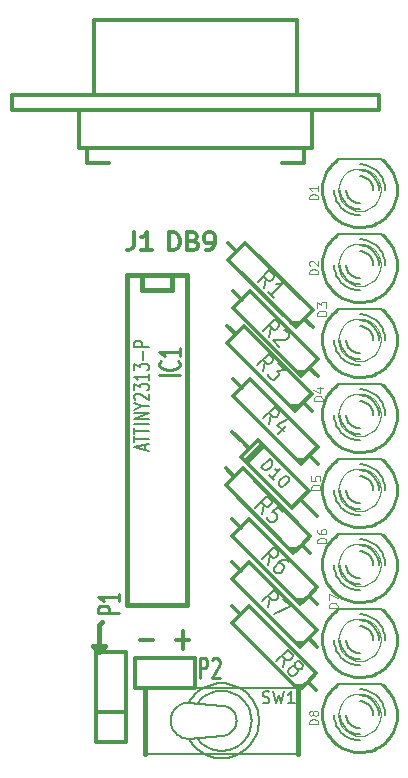
<source format=gto>
G04 (created by PCBNEW-RS274X (2011-05-25)-stable) date Sun 14 Oct 2012 07:15:22 PM CDT*
G01*
G70*
G90*
%MOIN*%
G04 Gerber Fmt 3.4, Leading zero omitted, Abs format*
%FSLAX34Y34*%
G04 APERTURE LIST*
%ADD10C,0.006000*%
%ADD11C,0.012000*%
%ADD12C,0.015000*%
%ADD13C,0.012500*%
%ADD14C,0.008000*%
%ADD15C,0.003000*%
%ADD16C,0.010000*%
%ADD17C,0.010600*%
%ADD18C,0.010700*%
%ADD19C,0.011300*%
%ADD20C,0.007500*%
%ADD21C,0.003500*%
G04 APERTURE END LIST*
G54D10*
G54D11*
X01672Y-15919D02*
X02129Y-15919D01*
X02872Y-15919D02*
X03329Y-15919D01*
X03100Y-16224D02*
X03100Y-15614D01*
G54D12*
X00100Y-16100D02*
X00500Y-16100D01*
X00300Y-16300D02*
X00100Y-16100D01*
X00500Y-16100D02*
X00300Y-16300D01*
X00300Y-15400D02*
X00400Y-15300D01*
X00300Y-15700D02*
X00300Y-15400D01*
X00300Y-16300D02*
X00300Y-15700D01*
X00400Y-16200D02*
X00300Y-16300D01*
X00300Y-16300D02*
X00400Y-16200D01*
X00100Y-16100D02*
X00300Y-16300D01*
X00300Y-16300D02*
X00100Y-16100D01*
X00300Y-15700D02*
X00300Y-16300D01*
G54D11*
X01200Y-19300D02*
X00200Y-19300D01*
X00200Y-19300D02*
X00200Y-16300D01*
X00200Y-16300D02*
X01200Y-16300D01*
X01200Y-16300D02*
X01200Y-19300D01*
X00200Y-18300D02*
X01200Y-18300D01*
X03500Y-16500D02*
X03500Y-17500D01*
X03500Y-17500D02*
X01500Y-17500D01*
X01500Y-17500D02*
X01500Y-16500D01*
X01500Y-16500D02*
X03500Y-16500D01*
X00150Y04750D02*
X06900Y04750D01*
X07150Y00500D02*
X-00100Y00500D01*
X07400Y00500D02*
X07150Y00500D01*
X07400Y01750D02*
X-00350Y01750D01*
X09650Y01750D02*
X07400Y01750D01*
X-02600Y02250D02*
X09650Y02250D01*
X06900Y02250D02*
X06900Y04750D01*
X09650Y01750D02*
X09650Y02250D01*
X07400Y00500D02*
X07400Y01750D01*
X06400Y00000D02*
X07150Y00000D01*
X07150Y00000D02*
X07150Y00500D01*
X00150Y02250D02*
X00150Y04750D01*
X-00350Y01750D02*
X-02600Y01750D01*
X-02600Y01750D02*
X-02600Y02250D01*
X-00100Y00500D02*
X-00350Y00500D01*
X-00350Y00500D02*
X-00350Y01750D01*
X00650Y00000D02*
X-00100Y00000D01*
X-00100Y00000D02*
X-00100Y00500D01*
G54D12*
X02750Y-03750D02*
X02750Y-04250D01*
X02750Y-04250D02*
X01750Y-04250D01*
X01750Y-04250D02*
X01750Y-03750D01*
X03250Y-03750D02*
X03250Y-14750D01*
X03250Y-14750D02*
X01250Y-14750D01*
X01250Y-14750D02*
X01250Y-03750D01*
X01250Y-03750D02*
X03250Y-03750D01*
G54D11*
X07439Y-05489D02*
X07156Y-05206D01*
X07156Y-05206D02*
X06874Y-05489D01*
X06874Y-05489D02*
X04611Y-03226D01*
X04611Y-03226D02*
X05176Y-02661D01*
X05176Y-02661D02*
X07439Y-04924D01*
X07439Y-04924D02*
X07156Y-05206D01*
X07015Y-05348D02*
X06732Y-05348D01*
X04611Y-02661D02*
X04894Y-02944D01*
X07614Y-07114D02*
X07331Y-06831D01*
X07331Y-06831D02*
X07049Y-07114D01*
X07049Y-07114D02*
X04786Y-04851D01*
X04786Y-04851D02*
X05351Y-04286D01*
X05351Y-04286D02*
X07614Y-06549D01*
X07614Y-06549D02*
X07331Y-06831D01*
X07190Y-06973D02*
X06907Y-06973D01*
X04786Y-04286D02*
X05069Y-04569D01*
X07414Y-08264D02*
X07131Y-07981D01*
X07131Y-07981D02*
X06849Y-08264D01*
X06849Y-08264D02*
X04586Y-06001D01*
X04586Y-06001D02*
X05151Y-05436D01*
X05151Y-05436D02*
X07414Y-07699D01*
X07414Y-07699D02*
X07131Y-07981D01*
X06990Y-08123D02*
X06707Y-08123D01*
X04586Y-05436D02*
X04869Y-05719D01*
X07614Y-10039D02*
X07331Y-09756D01*
X07331Y-09756D02*
X07049Y-10039D01*
X07049Y-10039D02*
X04786Y-07776D01*
X04786Y-07776D02*
X05351Y-07211D01*
X05351Y-07211D02*
X07614Y-09474D01*
X07614Y-09474D02*
X07331Y-09756D01*
X07190Y-09898D02*
X06907Y-09898D01*
X04786Y-07211D02*
X05069Y-07494D01*
X07364Y-13014D02*
X07081Y-12731D01*
X07081Y-12731D02*
X06799Y-13014D01*
X06799Y-13014D02*
X04536Y-10751D01*
X04536Y-10751D02*
X05101Y-10186D01*
X05101Y-10186D02*
X07364Y-12449D01*
X07364Y-12449D02*
X07081Y-12731D01*
X06940Y-12873D02*
X06657Y-12873D01*
X04536Y-10186D02*
X04819Y-10469D01*
X07589Y-14714D02*
X07306Y-14431D01*
X07306Y-14431D02*
X07024Y-14714D01*
X07024Y-14714D02*
X04761Y-12451D01*
X04761Y-12451D02*
X05326Y-11886D01*
X05326Y-11886D02*
X07589Y-14149D01*
X07589Y-14149D02*
X07306Y-14431D01*
X07165Y-14573D02*
X06882Y-14573D01*
X04761Y-11886D02*
X05044Y-12169D01*
X07589Y-16139D02*
X07306Y-15856D01*
X07306Y-15856D02*
X07024Y-16139D01*
X07024Y-16139D02*
X04761Y-13876D01*
X04761Y-13876D02*
X05326Y-13311D01*
X05326Y-13311D02*
X07589Y-15574D01*
X07589Y-15574D02*
X07306Y-15856D01*
X07165Y-15998D02*
X06882Y-15998D01*
X04761Y-13311D02*
X05044Y-13594D01*
X07564Y-17589D02*
X07281Y-17306D01*
X07281Y-17306D02*
X06999Y-17589D01*
X06999Y-17589D02*
X04736Y-15326D01*
X04736Y-15326D02*
X05301Y-14761D01*
X05301Y-14761D02*
X07564Y-17024D01*
X07564Y-17024D02*
X07281Y-17306D01*
X07140Y-17448D02*
X06857Y-17448D01*
X04736Y-14761D02*
X05019Y-15044D01*
G54D13*
X07236Y-11436D02*
X07589Y-11789D01*
X05114Y-09314D02*
X04761Y-08961D01*
X05114Y-09314D02*
X05326Y-09526D01*
G54D11*
X05326Y-09526D02*
X05044Y-09809D01*
X05044Y-09809D02*
X06741Y-11506D01*
X06741Y-11506D02*
X07024Y-11224D01*
X07024Y-11224D02*
X07236Y-11436D01*
X07024Y-11224D02*
X07306Y-10941D01*
X07306Y-10941D02*
X05609Y-09244D01*
X05609Y-09244D02*
X05326Y-09526D01*
X05185Y-09951D02*
X05751Y-09385D01*
X05821Y-09456D02*
X05256Y-10021D01*
G54D12*
X01850Y-19700D02*
X01850Y-17550D01*
X06950Y-19700D02*
X06950Y-17550D01*
G54D14*
X03318Y-19224D02*
X03377Y-19316D01*
X03443Y-19403D01*
X03517Y-19483D01*
X03597Y-19557D01*
X03684Y-19623D01*
X03776Y-19682D01*
X03872Y-19732D01*
X03973Y-19774D01*
X04077Y-19807D01*
X04183Y-19831D01*
X04292Y-19845D01*
X04400Y-19850D01*
X04508Y-19845D01*
X04617Y-19831D01*
X04723Y-19807D01*
X04827Y-19774D01*
X04928Y-19732D01*
X05025Y-19682D01*
X05116Y-19623D01*
X05203Y-19557D01*
X05283Y-19483D01*
X05357Y-19403D01*
X05423Y-19316D01*
X05482Y-19224D01*
X05532Y-19128D01*
X05574Y-19027D01*
X05607Y-18923D01*
X05631Y-18817D01*
X05645Y-18708D01*
X05650Y-18600D01*
X05650Y-18600D02*
X05645Y-18492D01*
X05631Y-18383D01*
X05607Y-18277D01*
X05574Y-18173D01*
X05532Y-18072D01*
X05482Y-17976D01*
X05423Y-17884D01*
X05357Y-17797D01*
X05283Y-17717D01*
X05203Y-17643D01*
X05116Y-17577D01*
X05025Y-17518D01*
X04928Y-17468D01*
X04827Y-17426D01*
X04723Y-17393D01*
X04617Y-17369D01*
X04508Y-17355D01*
X04400Y-17350D01*
X04292Y-17355D01*
X04183Y-17369D01*
X04077Y-17393D01*
X03973Y-17426D01*
X03872Y-17468D01*
X03776Y-17518D01*
X03684Y-17577D01*
X03597Y-17643D01*
X03517Y-17717D01*
X03443Y-17797D01*
X03377Y-17884D01*
X03318Y-17976D01*
X03581Y-19173D02*
X03634Y-19242D01*
X03693Y-19307D01*
X03758Y-19366D01*
X03827Y-19419D01*
X03901Y-19466D01*
X03978Y-19506D01*
X04058Y-19539D01*
X04142Y-19565D01*
X04227Y-19584D01*
X04313Y-19596D01*
X04400Y-19600D01*
X04487Y-19596D01*
X04573Y-19584D01*
X04658Y-19565D01*
X04742Y-19539D01*
X04822Y-19506D01*
X04900Y-19466D01*
X04973Y-19419D01*
X05042Y-19366D01*
X05107Y-19307D01*
X05166Y-19242D01*
X05219Y-19173D01*
X05266Y-19099D01*
X05306Y-19022D01*
X05339Y-18942D01*
X05365Y-18858D01*
X05384Y-18773D01*
X05396Y-18687D01*
X05400Y-18600D01*
X05400Y-18600D02*
X05396Y-18513D01*
X05384Y-18427D01*
X05365Y-18342D01*
X05339Y-18258D01*
X05306Y-18178D01*
X05266Y-18101D01*
X05219Y-18027D01*
X05166Y-17958D01*
X05107Y-17893D01*
X05042Y-17834D01*
X04973Y-17781D01*
X04900Y-17734D01*
X04822Y-17694D01*
X04742Y-17661D01*
X04658Y-17635D01*
X04573Y-17616D01*
X04487Y-17604D01*
X04400Y-17600D01*
X04313Y-17604D01*
X04227Y-17616D01*
X04142Y-17635D01*
X04058Y-17661D01*
X03978Y-17694D01*
X03901Y-17734D01*
X03827Y-17781D01*
X03758Y-17834D01*
X03693Y-17893D01*
X03634Y-17958D01*
X03581Y-18027D01*
X03300Y-18000D02*
X03248Y-18003D01*
X03196Y-18010D01*
X03145Y-18021D01*
X03095Y-18037D01*
X03047Y-18057D01*
X03000Y-18081D01*
X02956Y-18109D01*
X02915Y-18141D01*
X02876Y-18176D01*
X02841Y-18215D01*
X02809Y-18256D01*
X02781Y-18300D01*
X02757Y-18347D01*
X02737Y-18395D01*
X02721Y-18445D01*
X02710Y-18496D01*
X02703Y-18548D01*
X02700Y-18600D01*
X02703Y-18652D01*
X02710Y-18704D01*
X02721Y-18755D01*
X02737Y-18805D01*
X02757Y-18853D01*
X02781Y-18899D01*
X02809Y-18944D01*
X02841Y-18985D01*
X02876Y-19024D01*
X02915Y-19059D01*
X02956Y-19091D01*
X03001Y-19119D01*
X03047Y-19143D01*
X03095Y-19163D01*
X03145Y-19179D01*
X03196Y-19190D01*
X03248Y-19197D01*
X03300Y-19200D01*
X04400Y-19100D02*
X03300Y-19200D01*
X04400Y-18100D02*
X03300Y-18000D01*
X04400Y-19100D02*
X04443Y-19098D01*
X04486Y-19092D01*
X04529Y-19082D01*
X04571Y-19069D01*
X04611Y-19053D01*
X04650Y-19033D01*
X04686Y-19009D01*
X04721Y-18983D01*
X04753Y-18953D01*
X04783Y-18921D01*
X04809Y-18886D01*
X04833Y-18849D01*
X04853Y-18811D01*
X04869Y-18771D01*
X04882Y-18729D01*
X04892Y-18686D01*
X04898Y-18643D01*
X04900Y-18600D01*
X04898Y-18557D01*
X04892Y-18514D01*
X04882Y-18471D01*
X04869Y-18429D01*
X04853Y-18389D01*
X04833Y-18351D01*
X04809Y-18314D01*
X04783Y-18279D01*
X04753Y-18247D01*
X04721Y-18217D01*
X04686Y-18191D01*
X04650Y-18167D01*
X04611Y-18147D01*
X04571Y-18131D01*
X04529Y-18118D01*
X04486Y-18108D01*
X04443Y-18102D01*
X04400Y-18100D01*
X06950Y-17500D02*
X01850Y-17500D01*
X01850Y-19700D02*
X06950Y-19700D01*
X09750Y00120D02*
X08250Y00120D01*
G54D15*
X09707Y-00900D02*
X09693Y-01037D01*
X09653Y-01169D01*
X09588Y-01291D01*
X09501Y-01398D01*
X09395Y-01486D01*
X09273Y-01551D01*
X09142Y-01592D01*
X09004Y-01606D01*
X08868Y-01594D01*
X08736Y-01555D01*
X08613Y-01491D01*
X08506Y-01405D01*
X08417Y-01299D01*
X08351Y-01178D01*
X08309Y-01046D01*
X08294Y-00909D01*
X08305Y-00773D01*
X08343Y-00640D01*
X08406Y-00518D01*
X08492Y-00409D01*
X08597Y-00320D01*
X08717Y-00253D01*
X08849Y-00210D01*
X08986Y-00194D01*
X09122Y-00204D01*
X09255Y-00241D01*
X09378Y-00304D01*
X09487Y-00389D01*
X09577Y-00493D01*
X09645Y-00613D01*
X09689Y-00744D01*
X09706Y-00881D01*
X09707Y-00900D01*
G54D16*
X08250Y00099D02*
X08166Y00030D01*
X08088Y-00046D01*
X08017Y-00129D01*
X07953Y-00218D01*
X07898Y-00312D01*
X07851Y-00410D01*
X07812Y-00512D01*
X07783Y-00617D01*
X07763Y-00724D01*
X07752Y-00833D01*
X07751Y-00941D01*
X07760Y-01050D01*
X07777Y-01157D01*
X07804Y-01263D01*
X07841Y-01366D01*
X07886Y-01465D01*
X07939Y-01560D01*
X08001Y-01650D01*
X08070Y-01734D01*
X08146Y-01812D01*
X08229Y-01883D01*
X08318Y-01947D01*
X08412Y-02002D01*
X08510Y-02049D01*
X08612Y-02088D01*
X08717Y-02117D01*
X08824Y-02137D01*
X08933Y-02148D01*
X09041Y-02149D01*
X09150Y-02140D01*
X09257Y-02123D01*
X09363Y-02096D01*
X09466Y-02059D01*
X09565Y-02014D01*
X09660Y-01961D01*
X09750Y-01899D01*
X09834Y-01830D01*
X09912Y-01754D01*
X09983Y-01671D01*
X10047Y-01582D01*
X10102Y-01488D01*
X10149Y-01390D01*
X10188Y-01288D01*
X10217Y-01183D01*
X10237Y-01076D01*
X10248Y-00967D01*
X10249Y-00859D01*
X10240Y-00750D01*
X10223Y-00643D01*
X10196Y-00537D01*
X10159Y-00434D01*
X10114Y-00335D01*
X10061Y-00240D01*
X09999Y-00150D01*
X09930Y-00066D01*
X09854Y00012D01*
X09771Y00083D01*
X09750Y00099D01*
G54D10*
X08550Y-00900D02*
X08552Y-00939D01*
X08557Y-00978D01*
X08566Y-01016D01*
X08578Y-01053D01*
X08593Y-01090D01*
X08611Y-01124D01*
X08632Y-01158D01*
X08656Y-01189D01*
X08682Y-01218D01*
X08711Y-01244D01*
X08742Y-01268D01*
X08776Y-01289D01*
X08810Y-01307D01*
X08847Y-01322D01*
X08884Y-01334D01*
X08922Y-01343D01*
X08961Y-01348D01*
X09000Y-01350D01*
X09450Y-00900D02*
X09448Y-00861D01*
X09443Y-00822D01*
X09434Y-00784D01*
X09422Y-00747D01*
X09407Y-00710D01*
X09389Y-00676D01*
X09368Y-00642D01*
X09344Y-00611D01*
X09318Y-00582D01*
X09289Y-00556D01*
X09258Y-00532D01*
X09225Y-00511D01*
X09190Y-00493D01*
X09153Y-00478D01*
X09116Y-00466D01*
X09078Y-00457D01*
X09039Y-00452D01*
X09000Y-00450D01*
X08350Y-00900D02*
X08353Y-00956D01*
X08360Y-01012D01*
X08373Y-01068D01*
X08390Y-01122D01*
X08411Y-01174D01*
X08438Y-01224D01*
X08468Y-01272D01*
X08503Y-01317D01*
X08541Y-01359D01*
X08583Y-01397D01*
X08628Y-01432D01*
X08676Y-01462D01*
X08726Y-01489D01*
X08778Y-01510D01*
X08832Y-01527D01*
X08888Y-01540D01*
X08944Y-01547D01*
X09000Y-01550D01*
X09650Y-00900D02*
X09647Y-00844D01*
X09640Y-00788D01*
X09627Y-00732D01*
X09610Y-00678D01*
X09589Y-00626D01*
X09562Y-00576D01*
X09532Y-00528D01*
X09497Y-00483D01*
X09459Y-00441D01*
X09417Y-00403D01*
X09372Y-00368D01*
X09325Y-00338D01*
X09274Y-00311D01*
X09222Y-00290D01*
X09168Y-00273D01*
X09112Y-00260D01*
X09056Y-00253D01*
X09000Y-00250D01*
X08150Y-00900D02*
X08154Y-00974D01*
X08163Y-01047D01*
X08179Y-01119D01*
X08202Y-01190D01*
X08230Y-01259D01*
X08264Y-01324D01*
X08304Y-01387D01*
X08349Y-01446D01*
X08399Y-01501D01*
X08454Y-01551D01*
X08513Y-01596D01*
X08576Y-01636D01*
X08641Y-01670D01*
X08710Y-01698D01*
X08781Y-01721D01*
X08853Y-01737D01*
X08926Y-01746D01*
X09000Y-01750D01*
X09850Y-00900D02*
X09846Y-00826D01*
X09837Y-00753D01*
X09821Y-00681D01*
X09798Y-00610D01*
X09770Y-00541D01*
X09736Y-00476D01*
X09696Y-00413D01*
X09651Y-00354D01*
X09601Y-00299D01*
X09546Y-00249D01*
X09487Y-00204D01*
X09425Y-00164D01*
X09359Y-00130D01*
X09290Y-00102D01*
X09219Y-00079D01*
X09147Y-00063D01*
X09074Y-00054D01*
X09000Y-00050D01*
G54D14*
X09750Y-02380D02*
X08250Y-02380D01*
G54D15*
X09707Y-03400D02*
X09693Y-03537D01*
X09653Y-03669D01*
X09588Y-03791D01*
X09501Y-03898D01*
X09395Y-03986D01*
X09273Y-04051D01*
X09142Y-04092D01*
X09004Y-04106D01*
X08868Y-04094D01*
X08736Y-04055D01*
X08613Y-03991D01*
X08506Y-03905D01*
X08417Y-03799D01*
X08351Y-03678D01*
X08309Y-03546D01*
X08294Y-03409D01*
X08305Y-03273D01*
X08343Y-03140D01*
X08406Y-03018D01*
X08492Y-02909D01*
X08597Y-02820D01*
X08717Y-02753D01*
X08849Y-02710D01*
X08986Y-02694D01*
X09122Y-02704D01*
X09255Y-02741D01*
X09378Y-02804D01*
X09487Y-02889D01*
X09577Y-02993D01*
X09645Y-03113D01*
X09689Y-03244D01*
X09706Y-03381D01*
X09707Y-03400D01*
G54D16*
X08250Y-02401D02*
X08166Y-02470D01*
X08088Y-02546D01*
X08017Y-02629D01*
X07953Y-02718D01*
X07898Y-02812D01*
X07851Y-02910D01*
X07812Y-03012D01*
X07783Y-03117D01*
X07763Y-03224D01*
X07752Y-03333D01*
X07751Y-03441D01*
X07760Y-03550D01*
X07777Y-03657D01*
X07804Y-03763D01*
X07841Y-03866D01*
X07886Y-03965D01*
X07939Y-04060D01*
X08001Y-04150D01*
X08070Y-04234D01*
X08146Y-04312D01*
X08229Y-04383D01*
X08318Y-04447D01*
X08412Y-04502D01*
X08510Y-04549D01*
X08612Y-04588D01*
X08717Y-04617D01*
X08824Y-04637D01*
X08933Y-04648D01*
X09041Y-04649D01*
X09150Y-04640D01*
X09257Y-04623D01*
X09363Y-04596D01*
X09466Y-04559D01*
X09565Y-04514D01*
X09660Y-04461D01*
X09750Y-04399D01*
X09834Y-04330D01*
X09912Y-04254D01*
X09983Y-04171D01*
X10047Y-04082D01*
X10102Y-03988D01*
X10149Y-03890D01*
X10188Y-03788D01*
X10217Y-03683D01*
X10237Y-03576D01*
X10248Y-03467D01*
X10249Y-03359D01*
X10240Y-03250D01*
X10223Y-03143D01*
X10196Y-03037D01*
X10159Y-02934D01*
X10114Y-02835D01*
X10061Y-02740D01*
X09999Y-02650D01*
X09930Y-02566D01*
X09854Y-02488D01*
X09771Y-02417D01*
X09750Y-02401D01*
G54D10*
X08550Y-03400D02*
X08552Y-03439D01*
X08557Y-03478D01*
X08566Y-03516D01*
X08578Y-03553D01*
X08593Y-03590D01*
X08611Y-03624D01*
X08632Y-03658D01*
X08656Y-03689D01*
X08682Y-03718D01*
X08711Y-03744D01*
X08742Y-03768D01*
X08776Y-03789D01*
X08810Y-03807D01*
X08847Y-03822D01*
X08884Y-03834D01*
X08922Y-03843D01*
X08961Y-03848D01*
X09000Y-03850D01*
X09450Y-03400D02*
X09448Y-03361D01*
X09443Y-03322D01*
X09434Y-03284D01*
X09422Y-03247D01*
X09407Y-03210D01*
X09389Y-03176D01*
X09368Y-03142D01*
X09344Y-03111D01*
X09318Y-03082D01*
X09289Y-03056D01*
X09258Y-03032D01*
X09225Y-03011D01*
X09190Y-02993D01*
X09153Y-02978D01*
X09116Y-02966D01*
X09078Y-02957D01*
X09039Y-02952D01*
X09000Y-02950D01*
X08350Y-03400D02*
X08353Y-03456D01*
X08360Y-03512D01*
X08373Y-03568D01*
X08390Y-03622D01*
X08411Y-03674D01*
X08438Y-03724D01*
X08468Y-03772D01*
X08503Y-03817D01*
X08541Y-03859D01*
X08583Y-03897D01*
X08628Y-03932D01*
X08676Y-03962D01*
X08726Y-03989D01*
X08778Y-04010D01*
X08832Y-04027D01*
X08888Y-04040D01*
X08944Y-04047D01*
X09000Y-04050D01*
X09650Y-03400D02*
X09647Y-03344D01*
X09640Y-03288D01*
X09627Y-03232D01*
X09610Y-03178D01*
X09589Y-03126D01*
X09562Y-03076D01*
X09532Y-03028D01*
X09497Y-02983D01*
X09459Y-02941D01*
X09417Y-02903D01*
X09372Y-02868D01*
X09325Y-02838D01*
X09274Y-02811D01*
X09222Y-02790D01*
X09168Y-02773D01*
X09112Y-02760D01*
X09056Y-02753D01*
X09000Y-02750D01*
X08150Y-03400D02*
X08154Y-03474D01*
X08163Y-03547D01*
X08179Y-03619D01*
X08202Y-03690D01*
X08230Y-03759D01*
X08264Y-03824D01*
X08304Y-03887D01*
X08349Y-03946D01*
X08399Y-04001D01*
X08454Y-04051D01*
X08513Y-04096D01*
X08576Y-04136D01*
X08641Y-04170D01*
X08710Y-04198D01*
X08781Y-04221D01*
X08853Y-04237D01*
X08926Y-04246D01*
X09000Y-04250D01*
X09850Y-03400D02*
X09846Y-03326D01*
X09837Y-03253D01*
X09821Y-03181D01*
X09798Y-03110D01*
X09770Y-03041D01*
X09736Y-02976D01*
X09696Y-02913D01*
X09651Y-02854D01*
X09601Y-02799D01*
X09546Y-02749D01*
X09487Y-02704D01*
X09425Y-02664D01*
X09359Y-02630D01*
X09290Y-02602D01*
X09219Y-02579D01*
X09147Y-02563D01*
X09074Y-02554D01*
X09000Y-02550D01*
G54D14*
X09750Y-04880D02*
X08250Y-04880D01*
G54D15*
X09707Y-05900D02*
X09693Y-06037D01*
X09653Y-06169D01*
X09588Y-06291D01*
X09501Y-06398D01*
X09395Y-06486D01*
X09273Y-06551D01*
X09142Y-06592D01*
X09004Y-06606D01*
X08868Y-06594D01*
X08736Y-06555D01*
X08613Y-06491D01*
X08506Y-06405D01*
X08417Y-06299D01*
X08351Y-06178D01*
X08309Y-06046D01*
X08294Y-05909D01*
X08305Y-05773D01*
X08343Y-05640D01*
X08406Y-05518D01*
X08492Y-05409D01*
X08597Y-05320D01*
X08717Y-05253D01*
X08849Y-05210D01*
X08986Y-05194D01*
X09122Y-05204D01*
X09255Y-05241D01*
X09378Y-05304D01*
X09487Y-05389D01*
X09577Y-05493D01*
X09645Y-05613D01*
X09689Y-05744D01*
X09706Y-05881D01*
X09707Y-05900D01*
G54D16*
X08250Y-04901D02*
X08166Y-04970D01*
X08088Y-05046D01*
X08017Y-05129D01*
X07953Y-05218D01*
X07898Y-05312D01*
X07851Y-05410D01*
X07812Y-05512D01*
X07783Y-05617D01*
X07763Y-05724D01*
X07752Y-05833D01*
X07751Y-05941D01*
X07760Y-06050D01*
X07777Y-06157D01*
X07804Y-06263D01*
X07841Y-06366D01*
X07886Y-06465D01*
X07939Y-06560D01*
X08001Y-06650D01*
X08070Y-06734D01*
X08146Y-06812D01*
X08229Y-06883D01*
X08318Y-06947D01*
X08412Y-07002D01*
X08510Y-07049D01*
X08612Y-07088D01*
X08717Y-07117D01*
X08824Y-07137D01*
X08933Y-07148D01*
X09041Y-07149D01*
X09150Y-07140D01*
X09257Y-07123D01*
X09363Y-07096D01*
X09466Y-07059D01*
X09565Y-07014D01*
X09660Y-06961D01*
X09750Y-06899D01*
X09834Y-06830D01*
X09912Y-06754D01*
X09983Y-06671D01*
X10047Y-06582D01*
X10102Y-06488D01*
X10149Y-06390D01*
X10188Y-06288D01*
X10217Y-06183D01*
X10237Y-06076D01*
X10248Y-05967D01*
X10249Y-05859D01*
X10240Y-05750D01*
X10223Y-05643D01*
X10196Y-05537D01*
X10159Y-05434D01*
X10114Y-05335D01*
X10061Y-05240D01*
X09999Y-05150D01*
X09930Y-05066D01*
X09854Y-04988D01*
X09771Y-04917D01*
X09750Y-04901D01*
G54D10*
X08550Y-05900D02*
X08552Y-05939D01*
X08557Y-05978D01*
X08566Y-06016D01*
X08578Y-06053D01*
X08593Y-06090D01*
X08611Y-06124D01*
X08632Y-06158D01*
X08656Y-06189D01*
X08682Y-06218D01*
X08711Y-06244D01*
X08742Y-06268D01*
X08776Y-06289D01*
X08810Y-06307D01*
X08847Y-06322D01*
X08884Y-06334D01*
X08922Y-06343D01*
X08961Y-06348D01*
X09000Y-06350D01*
X09450Y-05900D02*
X09448Y-05861D01*
X09443Y-05822D01*
X09434Y-05784D01*
X09422Y-05747D01*
X09407Y-05710D01*
X09389Y-05676D01*
X09368Y-05642D01*
X09344Y-05611D01*
X09318Y-05582D01*
X09289Y-05556D01*
X09258Y-05532D01*
X09225Y-05511D01*
X09190Y-05493D01*
X09153Y-05478D01*
X09116Y-05466D01*
X09078Y-05457D01*
X09039Y-05452D01*
X09000Y-05450D01*
X08350Y-05900D02*
X08353Y-05956D01*
X08360Y-06012D01*
X08373Y-06068D01*
X08390Y-06122D01*
X08411Y-06174D01*
X08438Y-06224D01*
X08468Y-06272D01*
X08503Y-06317D01*
X08541Y-06359D01*
X08583Y-06397D01*
X08628Y-06432D01*
X08676Y-06462D01*
X08726Y-06489D01*
X08778Y-06510D01*
X08832Y-06527D01*
X08888Y-06540D01*
X08944Y-06547D01*
X09000Y-06550D01*
X09650Y-05900D02*
X09647Y-05844D01*
X09640Y-05788D01*
X09627Y-05732D01*
X09610Y-05678D01*
X09589Y-05626D01*
X09562Y-05576D01*
X09532Y-05528D01*
X09497Y-05483D01*
X09459Y-05441D01*
X09417Y-05403D01*
X09372Y-05368D01*
X09325Y-05338D01*
X09274Y-05311D01*
X09222Y-05290D01*
X09168Y-05273D01*
X09112Y-05260D01*
X09056Y-05253D01*
X09000Y-05250D01*
X08150Y-05900D02*
X08154Y-05974D01*
X08163Y-06047D01*
X08179Y-06119D01*
X08202Y-06190D01*
X08230Y-06259D01*
X08264Y-06324D01*
X08304Y-06387D01*
X08349Y-06446D01*
X08399Y-06501D01*
X08454Y-06551D01*
X08513Y-06596D01*
X08576Y-06636D01*
X08641Y-06670D01*
X08710Y-06698D01*
X08781Y-06721D01*
X08853Y-06737D01*
X08926Y-06746D01*
X09000Y-06750D01*
X09850Y-05900D02*
X09846Y-05826D01*
X09837Y-05753D01*
X09821Y-05681D01*
X09798Y-05610D01*
X09770Y-05541D01*
X09736Y-05476D01*
X09696Y-05413D01*
X09651Y-05354D01*
X09601Y-05299D01*
X09546Y-05249D01*
X09487Y-05204D01*
X09425Y-05164D01*
X09359Y-05130D01*
X09290Y-05102D01*
X09219Y-05079D01*
X09147Y-05063D01*
X09074Y-05054D01*
X09000Y-05050D01*
G54D14*
X09750Y-07380D02*
X08250Y-07380D01*
G54D15*
X09707Y-08400D02*
X09693Y-08537D01*
X09653Y-08669D01*
X09588Y-08791D01*
X09501Y-08898D01*
X09395Y-08986D01*
X09273Y-09051D01*
X09142Y-09092D01*
X09004Y-09106D01*
X08868Y-09094D01*
X08736Y-09055D01*
X08613Y-08991D01*
X08506Y-08905D01*
X08417Y-08799D01*
X08351Y-08678D01*
X08309Y-08546D01*
X08294Y-08409D01*
X08305Y-08273D01*
X08343Y-08140D01*
X08406Y-08018D01*
X08492Y-07909D01*
X08597Y-07820D01*
X08717Y-07753D01*
X08849Y-07710D01*
X08986Y-07694D01*
X09122Y-07704D01*
X09255Y-07741D01*
X09378Y-07804D01*
X09487Y-07889D01*
X09577Y-07993D01*
X09645Y-08113D01*
X09689Y-08244D01*
X09706Y-08381D01*
X09707Y-08400D01*
G54D16*
X08250Y-07401D02*
X08166Y-07470D01*
X08088Y-07546D01*
X08017Y-07629D01*
X07953Y-07718D01*
X07898Y-07812D01*
X07851Y-07910D01*
X07812Y-08012D01*
X07783Y-08117D01*
X07763Y-08224D01*
X07752Y-08333D01*
X07751Y-08441D01*
X07760Y-08550D01*
X07777Y-08657D01*
X07804Y-08763D01*
X07841Y-08866D01*
X07886Y-08965D01*
X07939Y-09060D01*
X08001Y-09150D01*
X08070Y-09234D01*
X08146Y-09312D01*
X08229Y-09383D01*
X08318Y-09447D01*
X08412Y-09502D01*
X08510Y-09549D01*
X08612Y-09588D01*
X08717Y-09617D01*
X08824Y-09637D01*
X08933Y-09648D01*
X09041Y-09649D01*
X09150Y-09640D01*
X09257Y-09623D01*
X09363Y-09596D01*
X09466Y-09559D01*
X09565Y-09514D01*
X09660Y-09461D01*
X09750Y-09399D01*
X09834Y-09330D01*
X09912Y-09254D01*
X09983Y-09171D01*
X10047Y-09082D01*
X10102Y-08988D01*
X10149Y-08890D01*
X10188Y-08788D01*
X10217Y-08683D01*
X10237Y-08576D01*
X10248Y-08467D01*
X10249Y-08359D01*
X10240Y-08250D01*
X10223Y-08143D01*
X10196Y-08037D01*
X10159Y-07934D01*
X10114Y-07835D01*
X10061Y-07740D01*
X09999Y-07650D01*
X09930Y-07566D01*
X09854Y-07488D01*
X09771Y-07417D01*
X09750Y-07401D01*
G54D10*
X08550Y-08400D02*
X08552Y-08439D01*
X08557Y-08478D01*
X08566Y-08516D01*
X08578Y-08553D01*
X08593Y-08590D01*
X08611Y-08624D01*
X08632Y-08658D01*
X08656Y-08689D01*
X08682Y-08718D01*
X08711Y-08744D01*
X08742Y-08768D01*
X08776Y-08789D01*
X08810Y-08807D01*
X08847Y-08822D01*
X08884Y-08834D01*
X08922Y-08843D01*
X08961Y-08848D01*
X09000Y-08850D01*
X09450Y-08400D02*
X09448Y-08361D01*
X09443Y-08322D01*
X09434Y-08284D01*
X09422Y-08247D01*
X09407Y-08210D01*
X09389Y-08176D01*
X09368Y-08142D01*
X09344Y-08111D01*
X09318Y-08082D01*
X09289Y-08056D01*
X09258Y-08032D01*
X09225Y-08011D01*
X09190Y-07993D01*
X09153Y-07978D01*
X09116Y-07966D01*
X09078Y-07957D01*
X09039Y-07952D01*
X09000Y-07950D01*
X08350Y-08400D02*
X08353Y-08456D01*
X08360Y-08512D01*
X08373Y-08568D01*
X08390Y-08622D01*
X08411Y-08674D01*
X08438Y-08724D01*
X08468Y-08772D01*
X08503Y-08817D01*
X08541Y-08859D01*
X08583Y-08897D01*
X08628Y-08932D01*
X08676Y-08962D01*
X08726Y-08989D01*
X08778Y-09010D01*
X08832Y-09027D01*
X08888Y-09040D01*
X08944Y-09047D01*
X09000Y-09050D01*
X09650Y-08400D02*
X09647Y-08344D01*
X09640Y-08288D01*
X09627Y-08232D01*
X09610Y-08178D01*
X09589Y-08126D01*
X09562Y-08076D01*
X09532Y-08028D01*
X09497Y-07983D01*
X09459Y-07941D01*
X09417Y-07903D01*
X09372Y-07868D01*
X09325Y-07838D01*
X09274Y-07811D01*
X09222Y-07790D01*
X09168Y-07773D01*
X09112Y-07760D01*
X09056Y-07753D01*
X09000Y-07750D01*
X08150Y-08400D02*
X08154Y-08474D01*
X08163Y-08547D01*
X08179Y-08619D01*
X08202Y-08690D01*
X08230Y-08759D01*
X08264Y-08824D01*
X08304Y-08887D01*
X08349Y-08946D01*
X08399Y-09001D01*
X08454Y-09051D01*
X08513Y-09096D01*
X08576Y-09136D01*
X08641Y-09170D01*
X08710Y-09198D01*
X08781Y-09221D01*
X08853Y-09237D01*
X08926Y-09246D01*
X09000Y-09250D01*
X09850Y-08400D02*
X09846Y-08326D01*
X09837Y-08253D01*
X09821Y-08181D01*
X09798Y-08110D01*
X09770Y-08041D01*
X09736Y-07976D01*
X09696Y-07913D01*
X09651Y-07854D01*
X09601Y-07799D01*
X09546Y-07749D01*
X09487Y-07704D01*
X09425Y-07664D01*
X09359Y-07630D01*
X09290Y-07602D01*
X09219Y-07579D01*
X09147Y-07563D01*
X09074Y-07554D01*
X09000Y-07550D01*
G54D14*
X09750Y-09880D02*
X08250Y-09880D01*
G54D15*
X09707Y-10900D02*
X09693Y-11037D01*
X09653Y-11169D01*
X09588Y-11291D01*
X09501Y-11398D01*
X09395Y-11486D01*
X09273Y-11551D01*
X09142Y-11592D01*
X09004Y-11606D01*
X08868Y-11594D01*
X08736Y-11555D01*
X08613Y-11491D01*
X08506Y-11405D01*
X08417Y-11299D01*
X08351Y-11178D01*
X08309Y-11046D01*
X08294Y-10909D01*
X08305Y-10773D01*
X08343Y-10640D01*
X08406Y-10518D01*
X08492Y-10409D01*
X08597Y-10320D01*
X08717Y-10253D01*
X08849Y-10210D01*
X08986Y-10194D01*
X09122Y-10204D01*
X09255Y-10241D01*
X09378Y-10304D01*
X09487Y-10389D01*
X09577Y-10493D01*
X09645Y-10613D01*
X09689Y-10744D01*
X09706Y-10881D01*
X09707Y-10900D01*
G54D16*
X08250Y-09901D02*
X08166Y-09970D01*
X08088Y-10046D01*
X08017Y-10129D01*
X07953Y-10218D01*
X07898Y-10312D01*
X07851Y-10410D01*
X07812Y-10512D01*
X07783Y-10617D01*
X07763Y-10724D01*
X07752Y-10833D01*
X07751Y-10941D01*
X07760Y-11050D01*
X07777Y-11157D01*
X07804Y-11263D01*
X07841Y-11366D01*
X07886Y-11465D01*
X07939Y-11560D01*
X08001Y-11650D01*
X08070Y-11734D01*
X08146Y-11812D01*
X08229Y-11883D01*
X08318Y-11947D01*
X08412Y-12002D01*
X08510Y-12049D01*
X08612Y-12088D01*
X08717Y-12117D01*
X08824Y-12137D01*
X08933Y-12148D01*
X09041Y-12149D01*
X09150Y-12140D01*
X09257Y-12123D01*
X09363Y-12096D01*
X09466Y-12059D01*
X09565Y-12014D01*
X09660Y-11961D01*
X09750Y-11899D01*
X09834Y-11830D01*
X09912Y-11754D01*
X09983Y-11671D01*
X10047Y-11582D01*
X10102Y-11488D01*
X10149Y-11390D01*
X10188Y-11288D01*
X10217Y-11183D01*
X10237Y-11076D01*
X10248Y-10967D01*
X10249Y-10859D01*
X10240Y-10750D01*
X10223Y-10643D01*
X10196Y-10537D01*
X10159Y-10434D01*
X10114Y-10335D01*
X10061Y-10240D01*
X09999Y-10150D01*
X09930Y-10066D01*
X09854Y-09988D01*
X09771Y-09917D01*
X09750Y-09901D01*
G54D10*
X08550Y-10900D02*
X08552Y-10939D01*
X08557Y-10978D01*
X08566Y-11016D01*
X08578Y-11053D01*
X08593Y-11090D01*
X08611Y-11124D01*
X08632Y-11158D01*
X08656Y-11189D01*
X08682Y-11218D01*
X08711Y-11244D01*
X08742Y-11268D01*
X08776Y-11289D01*
X08810Y-11307D01*
X08847Y-11322D01*
X08884Y-11334D01*
X08922Y-11343D01*
X08961Y-11348D01*
X09000Y-11350D01*
X09450Y-10900D02*
X09448Y-10861D01*
X09443Y-10822D01*
X09434Y-10784D01*
X09422Y-10747D01*
X09407Y-10710D01*
X09389Y-10676D01*
X09368Y-10642D01*
X09344Y-10611D01*
X09318Y-10582D01*
X09289Y-10556D01*
X09258Y-10532D01*
X09225Y-10511D01*
X09190Y-10493D01*
X09153Y-10478D01*
X09116Y-10466D01*
X09078Y-10457D01*
X09039Y-10452D01*
X09000Y-10450D01*
X08350Y-10900D02*
X08353Y-10956D01*
X08360Y-11012D01*
X08373Y-11068D01*
X08390Y-11122D01*
X08411Y-11174D01*
X08438Y-11224D01*
X08468Y-11272D01*
X08503Y-11317D01*
X08541Y-11359D01*
X08583Y-11397D01*
X08628Y-11432D01*
X08676Y-11462D01*
X08726Y-11489D01*
X08778Y-11510D01*
X08832Y-11527D01*
X08888Y-11540D01*
X08944Y-11547D01*
X09000Y-11550D01*
X09650Y-10900D02*
X09647Y-10844D01*
X09640Y-10788D01*
X09627Y-10732D01*
X09610Y-10678D01*
X09589Y-10626D01*
X09562Y-10576D01*
X09532Y-10528D01*
X09497Y-10483D01*
X09459Y-10441D01*
X09417Y-10403D01*
X09372Y-10368D01*
X09325Y-10338D01*
X09274Y-10311D01*
X09222Y-10290D01*
X09168Y-10273D01*
X09112Y-10260D01*
X09056Y-10253D01*
X09000Y-10250D01*
X08150Y-10900D02*
X08154Y-10974D01*
X08163Y-11047D01*
X08179Y-11119D01*
X08202Y-11190D01*
X08230Y-11259D01*
X08264Y-11324D01*
X08304Y-11387D01*
X08349Y-11446D01*
X08399Y-11501D01*
X08454Y-11551D01*
X08513Y-11596D01*
X08576Y-11636D01*
X08641Y-11670D01*
X08710Y-11698D01*
X08781Y-11721D01*
X08853Y-11737D01*
X08926Y-11746D01*
X09000Y-11750D01*
X09850Y-10900D02*
X09846Y-10826D01*
X09837Y-10753D01*
X09821Y-10681D01*
X09798Y-10610D01*
X09770Y-10541D01*
X09736Y-10476D01*
X09696Y-10413D01*
X09651Y-10354D01*
X09601Y-10299D01*
X09546Y-10249D01*
X09487Y-10204D01*
X09425Y-10164D01*
X09359Y-10130D01*
X09290Y-10102D01*
X09219Y-10079D01*
X09147Y-10063D01*
X09074Y-10054D01*
X09000Y-10050D01*
G54D14*
X09750Y-12380D02*
X08250Y-12380D01*
G54D15*
X09707Y-13400D02*
X09693Y-13537D01*
X09653Y-13669D01*
X09588Y-13791D01*
X09501Y-13898D01*
X09395Y-13986D01*
X09273Y-14051D01*
X09142Y-14092D01*
X09004Y-14106D01*
X08868Y-14094D01*
X08736Y-14055D01*
X08613Y-13991D01*
X08506Y-13905D01*
X08417Y-13799D01*
X08351Y-13678D01*
X08309Y-13546D01*
X08294Y-13409D01*
X08305Y-13273D01*
X08343Y-13140D01*
X08406Y-13018D01*
X08492Y-12909D01*
X08597Y-12820D01*
X08717Y-12753D01*
X08849Y-12710D01*
X08986Y-12694D01*
X09122Y-12704D01*
X09255Y-12741D01*
X09378Y-12804D01*
X09487Y-12889D01*
X09577Y-12993D01*
X09645Y-13113D01*
X09689Y-13244D01*
X09706Y-13381D01*
X09707Y-13400D01*
G54D16*
X08250Y-12401D02*
X08166Y-12470D01*
X08088Y-12546D01*
X08017Y-12629D01*
X07953Y-12718D01*
X07898Y-12812D01*
X07851Y-12910D01*
X07812Y-13012D01*
X07783Y-13117D01*
X07763Y-13224D01*
X07752Y-13333D01*
X07751Y-13441D01*
X07760Y-13550D01*
X07777Y-13657D01*
X07804Y-13763D01*
X07841Y-13866D01*
X07886Y-13965D01*
X07939Y-14060D01*
X08001Y-14150D01*
X08070Y-14234D01*
X08146Y-14312D01*
X08229Y-14383D01*
X08318Y-14447D01*
X08412Y-14502D01*
X08510Y-14549D01*
X08612Y-14588D01*
X08717Y-14617D01*
X08824Y-14637D01*
X08933Y-14648D01*
X09041Y-14649D01*
X09150Y-14640D01*
X09257Y-14623D01*
X09363Y-14596D01*
X09466Y-14559D01*
X09565Y-14514D01*
X09660Y-14461D01*
X09750Y-14399D01*
X09834Y-14330D01*
X09912Y-14254D01*
X09983Y-14171D01*
X10047Y-14082D01*
X10102Y-13988D01*
X10149Y-13890D01*
X10188Y-13788D01*
X10217Y-13683D01*
X10237Y-13576D01*
X10248Y-13467D01*
X10249Y-13359D01*
X10240Y-13250D01*
X10223Y-13143D01*
X10196Y-13037D01*
X10159Y-12934D01*
X10114Y-12835D01*
X10061Y-12740D01*
X09999Y-12650D01*
X09930Y-12566D01*
X09854Y-12488D01*
X09771Y-12417D01*
X09750Y-12401D01*
G54D10*
X08550Y-13400D02*
X08552Y-13439D01*
X08557Y-13478D01*
X08566Y-13516D01*
X08578Y-13553D01*
X08593Y-13590D01*
X08611Y-13624D01*
X08632Y-13658D01*
X08656Y-13689D01*
X08682Y-13718D01*
X08711Y-13744D01*
X08742Y-13768D01*
X08776Y-13789D01*
X08810Y-13807D01*
X08847Y-13822D01*
X08884Y-13834D01*
X08922Y-13843D01*
X08961Y-13848D01*
X09000Y-13850D01*
X09450Y-13400D02*
X09448Y-13361D01*
X09443Y-13322D01*
X09434Y-13284D01*
X09422Y-13247D01*
X09407Y-13210D01*
X09389Y-13176D01*
X09368Y-13142D01*
X09344Y-13111D01*
X09318Y-13082D01*
X09289Y-13056D01*
X09258Y-13032D01*
X09225Y-13011D01*
X09190Y-12993D01*
X09153Y-12978D01*
X09116Y-12966D01*
X09078Y-12957D01*
X09039Y-12952D01*
X09000Y-12950D01*
X08350Y-13400D02*
X08353Y-13456D01*
X08360Y-13512D01*
X08373Y-13568D01*
X08390Y-13622D01*
X08411Y-13674D01*
X08438Y-13724D01*
X08468Y-13772D01*
X08503Y-13817D01*
X08541Y-13859D01*
X08583Y-13897D01*
X08628Y-13932D01*
X08676Y-13962D01*
X08726Y-13989D01*
X08778Y-14010D01*
X08832Y-14027D01*
X08888Y-14040D01*
X08944Y-14047D01*
X09000Y-14050D01*
X09650Y-13400D02*
X09647Y-13344D01*
X09640Y-13288D01*
X09627Y-13232D01*
X09610Y-13178D01*
X09589Y-13126D01*
X09562Y-13076D01*
X09532Y-13028D01*
X09497Y-12983D01*
X09459Y-12941D01*
X09417Y-12903D01*
X09372Y-12868D01*
X09325Y-12838D01*
X09274Y-12811D01*
X09222Y-12790D01*
X09168Y-12773D01*
X09112Y-12760D01*
X09056Y-12753D01*
X09000Y-12750D01*
X08150Y-13400D02*
X08154Y-13474D01*
X08163Y-13547D01*
X08179Y-13619D01*
X08202Y-13690D01*
X08230Y-13759D01*
X08264Y-13824D01*
X08304Y-13887D01*
X08349Y-13946D01*
X08399Y-14001D01*
X08454Y-14051D01*
X08513Y-14096D01*
X08576Y-14136D01*
X08641Y-14170D01*
X08710Y-14198D01*
X08781Y-14221D01*
X08853Y-14237D01*
X08926Y-14246D01*
X09000Y-14250D01*
X09850Y-13400D02*
X09846Y-13326D01*
X09837Y-13253D01*
X09821Y-13181D01*
X09798Y-13110D01*
X09770Y-13041D01*
X09736Y-12976D01*
X09696Y-12913D01*
X09651Y-12854D01*
X09601Y-12799D01*
X09546Y-12749D01*
X09487Y-12704D01*
X09425Y-12664D01*
X09359Y-12630D01*
X09290Y-12602D01*
X09219Y-12579D01*
X09147Y-12563D01*
X09074Y-12554D01*
X09000Y-12550D01*
G54D14*
X09750Y-14880D02*
X08250Y-14880D01*
G54D15*
X09707Y-15900D02*
X09693Y-16037D01*
X09653Y-16169D01*
X09588Y-16291D01*
X09501Y-16398D01*
X09395Y-16486D01*
X09273Y-16551D01*
X09142Y-16592D01*
X09004Y-16606D01*
X08868Y-16594D01*
X08736Y-16555D01*
X08613Y-16491D01*
X08506Y-16405D01*
X08417Y-16299D01*
X08351Y-16178D01*
X08309Y-16046D01*
X08294Y-15909D01*
X08305Y-15773D01*
X08343Y-15640D01*
X08406Y-15518D01*
X08492Y-15409D01*
X08597Y-15320D01*
X08717Y-15253D01*
X08849Y-15210D01*
X08986Y-15194D01*
X09122Y-15204D01*
X09255Y-15241D01*
X09378Y-15304D01*
X09487Y-15389D01*
X09577Y-15493D01*
X09645Y-15613D01*
X09689Y-15744D01*
X09706Y-15881D01*
X09707Y-15900D01*
G54D16*
X08250Y-14901D02*
X08166Y-14970D01*
X08088Y-15046D01*
X08017Y-15129D01*
X07953Y-15218D01*
X07898Y-15312D01*
X07851Y-15410D01*
X07812Y-15512D01*
X07783Y-15617D01*
X07763Y-15724D01*
X07752Y-15833D01*
X07751Y-15941D01*
X07760Y-16050D01*
X07777Y-16157D01*
X07804Y-16263D01*
X07841Y-16366D01*
X07886Y-16465D01*
X07939Y-16560D01*
X08001Y-16650D01*
X08070Y-16734D01*
X08146Y-16812D01*
X08229Y-16883D01*
X08318Y-16947D01*
X08412Y-17002D01*
X08510Y-17049D01*
X08612Y-17088D01*
X08717Y-17117D01*
X08824Y-17137D01*
X08933Y-17148D01*
X09041Y-17149D01*
X09150Y-17140D01*
X09257Y-17123D01*
X09363Y-17096D01*
X09466Y-17059D01*
X09565Y-17014D01*
X09660Y-16961D01*
X09750Y-16899D01*
X09834Y-16830D01*
X09912Y-16754D01*
X09983Y-16671D01*
X10047Y-16582D01*
X10102Y-16488D01*
X10149Y-16390D01*
X10188Y-16288D01*
X10217Y-16183D01*
X10237Y-16076D01*
X10248Y-15967D01*
X10249Y-15859D01*
X10240Y-15750D01*
X10223Y-15643D01*
X10196Y-15537D01*
X10159Y-15434D01*
X10114Y-15335D01*
X10061Y-15240D01*
X09999Y-15150D01*
X09930Y-15066D01*
X09854Y-14988D01*
X09771Y-14917D01*
X09750Y-14901D01*
G54D10*
X08550Y-15900D02*
X08552Y-15939D01*
X08557Y-15978D01*
X08566Y-16016D01*
X08578Y-16053D01*
X08593Y-16090D01*
X08611Y-16124D01*
X08632Y-16158D01*
X08656Y-16189D01*
X08682Y-16218D01*
X08711Y-16244D01*
X08742Y-16268D01*
X08776Y-16289D01*
X08810Y-16307D01*
X08847Y-16322D01*
X08884Y-16334D01*
X08922Y-16343D01*
X08961Y-16348D01*
X09000Y-16350D01*
X09450Y-15900D02*
X09448Y-15861D01*
X09443Y-15822D01*
X09434Y-15784D01*
X09422Y-15747D01*
X09407Y-15710D01*
X09389Y-15676D01*
X09368Y-15642D01*
X09344Y-15611D01*
X09318Y-15582D01*
X09289Y-15556D01*
X09258Y-15532D01*
X09225Y-15511D01*
X09190Y-15493D01*
X09153Y-15478D01*
X09116Y-15466D01*
X09078Y-15457D01*
X09039Y-15452D01*
X09000Y-15450D01*
X08350Y-15900D02*
X08353Y-15956D01*
X08360Y-16012D01*
X08373Y-16068D01*
X08390Y-16122D01*
X08411Y-16174D01*
X08438Y-16224D01*
X08468Y-16272D01*
X08503Y-16317D01*
X08541Y-16359D01*
X08583Y-16397D01*
X08628Y-16432D01*
X08676Y-16462D01*
X08726Y-16489D01*
X08778Y-16510D01*
X08832Y-16527D01*
X08888Y-16540D01*
X08944Y-16547D01*
X09000Y-16550D01*
X09650Y-15900D02*
X09647Y-15844D01*
X09640Y-15788D01*
X09627Y-15732D01*
X09610Y-15678D01*
X09589Y-15626D01*
X09562Y-15576D01*
X09532Y-15528D01*
X09497Y-15483D01*
X09459Y-15441D01*
X09417Y-15403D01*
X09372Y-15368D01*
X09325Y-15338D01*
X09274Y-15311D01*
X09222Y-15290D01*
X09168Y-15273D01*
X09112Y-15260D01*
X09056Y-15253D01*
X09000Y-15250D01*
X08150Y-15900D02*
X08154Y-15974D01*
X08163Y-16047D01*
X08179Y-16119D01*
X08202Y-16190D01*
X08230Y-16259D01*
X08264Y-16324D01*
X08304Y-16387D01*
X08349Y-16446D01*
X08399Y-16501D01*
X08454Y-16551D01*
X08513Y-16596D01*
X08576Y-16636D01*
X08641Y-16670D01*
X08710Y-16698D01*
X08781Y-16721D01*
X08853Y-16737D01*
X08926Y-16746D01*
X09000Y-16750D01*
X09850Y-15900D02*
X09846Y-15826D01*
X09837Y-15753D01*
X09821Y-15681D01*
X09798Y-15610D01*
X09770Y-15541D01*
X09736Y-15476D01*
X09696Y-15413D01*
X09651Y-15354D01*
X09601Y-15299D01*
X09546Y-15249D01*
X09487Y-15204D01*
X09425Y-15164D01*
X09359Y-15130D01*
X09290Y-15102D01*
X09219Y-15079D01*
X09147Y-15063D01*
X09074Y-15054D01*
X09000Y-15050D01*
G54D14*
X09750Y-17380D02*
X08250Y-17380D01*
G54D15*
X09707Y-18400D02*
X09693Y-18537D01*
X09653Y-18669D01*
X09588Y-18791D01*
X09501Y-18898D01*
X09395Y-18986D01*
X09273Y-19051D01*
X09142Y-19092D01*
X09004Y-19106D01*
X08868Y-19094D01*
X08736Y-19055D01*
X08613Y-18991D01*
X08506Y-18905D01*
X08417Y-18799D01*
X08351Y-18678D01*
X08309Y-18546D01*
X08294Y-18409D01*
X08305Y-18273D01*
X08343Y-18140D01*
X08406Y-18018D01*
X08492Y-17909D01*
X08597Y-17820D01*
X08717Y-17753D01*
X08849Y-17710D01*
X08986Y-17694D01*
X09122Y-17704D01*
X09255Y-17741D01*
X09378Y-17804D01*
X09487Y-17889D01*
X09577Y-17993D01*
X09645Y-18113D01*
X09689Y-18244D01*
X09706Y-18381D01*
X09707Y-18400D01*
G54D16*
X08250Y-17401D02*
X08166Y-17470D01*
X08088Y-17546D01*
X08017Y-17629D01*
X07953Y-17718D01*
X07898Y-17812D01*
X07851Y-17910D01*
X07812Y-18012D01*
X07783Y-18117D01*
X07763Y-18224D01*
X07752Y-18333D01*
X07751Y-18441D01*
X07760Y-18550D01*
X07777Y-18657D01*
X07804Y-18763D01*
X07841Y-18866D01*
X07886Y-18965D01*
X07939Y-19060D01*
X08001Y-19150D01*
X08070Y-19234D01*
X08146Y-19312D01*
X08229Y-19383D01*
X08318Y-19447D01*
X08412Y-19502D01*
X08510Y-19549D01*
X08612Y-19588D01*
X08717Y-19617D01*
X08824Y-19637D01*
X08933Y-19648D01*
X09041Y-19649D01*
X09150Y-19640D01*
X09257Y-19623D01*
X09363Y-19596D01*
X09466Y-19559D01*
X09565Y-19514D01*
X09660Y-19461D01*
X09750Y-19399D01*
X09834Y-19330D01*
X09912Y-19254D01*
X09983Y-19171D01*
X10047Y-19082D01*
X10102Y-18988D01*
X10149Y-18890D01*
X10188Y-18788D01*
X10217Y-18683D01*
X10237Y-18576D01*
X10248Y-18467D01*
X10249Y-18359D01*
X10240Y-18250D01*
X10223Y-18143D01*
X10196Y-18037D01*
X10159Y-17934D01*
X10114Y-17835D01*
X10061Y-17740D01*
X09999Y-17650D01*
X09930Y-17566D01*
X09854Y-17488D01*
X09771Y-17417D01*
X09750Y-17401D01*
G54D10*
X08550Y-18400D02*
X08552Y-18439D01*
X08557Y-18478D01*
X08566Y-18516D01*
X08578Y-18553D01*
X08593Y-18590D01*
X08611Y-18624D01*
X08632Y-18658D01*
X08656Y-18689D01*
X08682Y-18718D01*
X08711Y-18744D01*
X08742Y-18768D01*
X08776Y-18789D01*
X08810Y-18807D01*
X08847Y-18822D01*
X08884Y-18834D01*
X08922Y-18843D01*
X08961Y-18848D01*
X09000Y-18850D01*
X09450Y-18400D02*
X09448Y-18361D01*
X09443Y-18322D01*
X09434Y-18284D01*
X09422Y-18247D01*
X09407Y-18210D01*
X09389Y-18176D01*
X09368Y-18142D01*
X09344Y-18111D01*
X09318Y-18082D01*
X09289Y-18056D01*
X09258Y-18032D01*
X09225Y-18011D01*
X09190Y-17993D01*
X09153Y-17978D01*
X09116Y-17966D01*
X09078Y-17957D01*
X09039Y-17952D01*
X09000Y-17950D01*
X08350Y-18400D02*
X08353Y-18456D01*
X08360Y-18512D01*
X08373Y-18568D01*
X08390Y-18622D01*
X08411Y-18674D01*
X08438Y-18724D01*
X08468Y-18772D01*
X08503Y-18817D01*
X08541Y-18859D01*
X08583Y-18897D01*
X08628Y-18932D01*
X08676Y-18962D01*
X08726Y-18989D01*
X08778Y-19010D01*
X08832Y-19027D01*
X08888Y-19040D01*
X08944Y-19047D01*
X09000Y-19050D01*
X09650Y-18400D02*
X09647Y-18344D01*
X09640Y-18288D01*
X09627Y-18232D01*
X09610Y-18178D01*
X09589Y-18126D01*
X09562Y-18076D01*
X09532Y-18028D01*
X09497Y-17983D01*
X09459Y-17941D01*
X09417Y-17903D01*
X09372Y-17868D01*
X09325Y-17838D01*
X09274Y-17811D01*
X09222Y-17790D01*
X09168Y-17773D01*
X09112Y-17760D01*
X09056Y-17753D01*
X09000Y-17750D01*
X08150Y-18400D02*
X08154Y-18474D01*
X08163Y-18547D01*
X08179Y-18619D01*
X08202Y-18690D01*
X08230Y-18759D01*
X08264Y-18824D01*
X08304Y-18887D01*
X08349Y-18946D01*
X08399Y-19001D01*
X08454Y-19051D01*
X08513Y-19096D01*
X08576Y-19136D01*
X08641Y-19170D01*
X08710Y-19198D01*
X08781Y-19221D01*
X08853Y-19237D01*
X08926Y-19246D01*
X09000Y-19250D01*
X09850Y-18400D02*
X09846Y-18326D01*
X09837Y-18253D01*
X09821Y-18181D01*
X09798Y-18110D01*
X09770Y-18041D01*
X09736Y-17976D01*
X09696Y-17913D01*
X09651Y-17854D01*
X09601Y-17799D01*
X09546Y-17749D01*
X09487Y-17704D01*
X09425Y-17664D01*
X09359Y-17630D01*
X09290Y-17602D01*
X09219Y-17579D01*
X09147Y-17563D01*
X09074Y-17554D01*
X09000Y-17550D01*
G54D17*
X00985Y-15013D02*
X00280Y-15013D01*
X00280Y-14852D01*
X00313Y-14811D01*
X00347Y-14791D01*
X00414Y-14771D01*
X00515Y-14771D01*
X00582Y-14791D01*
X00616Y-14811D01*
X00649Y-14852D01*
X00649Y-15013D01*
X00985Y-14367D02*
X00985Y-14609D01*
X00985Y-14488D02*
X00280Y-14488D01*
X00381Y-14528D01*
X00448Y-14569D01*
X00481Y-14609D01*
G54D18*
X03684Y-17175D02*
X03684Y-16494D01*
X03847Y-16494D01*
X03888Y-16527D01*
X03908Y-16559D01*
X03928Y-16624D01*
X03928Y-16721D01*
X03908Y-16786D01*
X03888Y-16818D01*
X03847Y-16851D01*
X03684Y-16851D01*
X04092Y-16559D02*
X04112Y-16527D01*
X04153Y-16494D01*
X04255Y-16494D01*
X04295Y-16527D01*
X04316Y-16559D01*
X04336Y-16624D01*
X04336Y-16689D01*
X04316Y-16786D01*
X04071Y-17175D01*
X04336Y-17175D01*
G54D11*
X01475Y-02318D02*
X01475Y-02746D01*
X01447Y-02832D01*
X01390Y-02889D01*
X01304Y-02918D01*
X01247Y-02918D01*
X02075Y-02918D02*
X01732Y-02918D01*
X01904Y-02918D02*
X01904Y-02318D01*
X01847Y-02404D01*
X01789Y-02461D01*
X01732Y-02489D01*
X02658Y-02918D02*
X02658Y-02318D01*
X02801Y-02318D01*
X02886Y-02346D01*
X02944Y-02404D01*
X02972Y-02461D01*
X03001Y-02575D01*
X03001Y-02661D01*
X02972Y-02775D01*
X02944Y-02832D01*
X02886Y-02889D01*
X02801Y-02918D01*
X02658Y-02918D01*
X03458Y-02604D02*
X03544Y-02632D01*
X03572Y-02661D01*
X03601Y-02718D01*
X03601Y-02804D01*
X03572Y-02861D01*
X03544Y-02889D01*
X03486Y-02918D01*
X03258Y-02918D01*
X03258Y-02318D01*
X03458Y-02318D01*
X03515Y-02346D01*
X03544Y-02375D01*
X03572Y-02432D01*
X03572Y-02489D01*
X03544Y-02546D01*
X03515Y-02575D01*
X03458Y-02604D01*
X03258Y-02604D01*
X03886Y-02918D02*
X04001Y-02918D01*
X04058Y-02889D01*
X04086Y-02861D01*
X04144Y-02775D01*
X04172Y-02661D01*
X04172Y-02432D01*
X04144Y-02375D01*
X04115Y-02346D01*
X04058Y-02318D01*
X03944Y-02318D01*
X03886Y-02346D01*
X03858Y-02375D01*
X03829Y-02432D01*
X03829Y-02575D01*
X03858Y-02632D01*
X03886Y-02661D01*
X03944Y-02689D01*
X04058Y-02689D01*
X04115Y-02661D01*
X04144Y-02632D01*
X04172Y-02575D01*
G54D19*
X03008Y-07089D02*
X02308Y-07089D01*
X02942Y-06618D02*
X02975Y-06639D01*
X03008Y-06703D01*
X03008Y-06746D01*
X02975Y-06811D01*
X02908Y-06853D01*
X02842Y-06875D01*
X02708Y-06896D01*
X02608Y-06896D01*
X02475Y-06875D01*
X02408Y-06853D01*
X02342Y-06811D01*
X02308Y-06746D01*
X02308Y-06703D01*
X02342Y-06639D01*
X02375Y-06618D01*
X03008Y-06189D02*
X03008Y-06446D01*
X03008Y-06318D02*
X02308Y-06318D01*
X02408Y-06361D01*
X02475Y-06403D01*
X02508Y-06446D01*
G54D20*
X01835Y-09574D02*
X01835Y-09408D01*
X01977Y-09608D02*
X01477Y-09491D01*
X01977Y-09374D01*
X01477Y-09308D02*
X01477Y-09108D01*
X01977Y-09208D02*
X01477Y-09208D01*
X01477Y-09041D02*
X01477Y-08841D01*
X01977Y-08941D02*
X01477Y-08941D01*
X01977Y-08724D02*
X01477Y-08724D01*
X01977Y-08557D02*
X01477Y-08557D01*
X01977Y-08357D01*
X01477Y-08357D01*
X01739Y-08123D02*
X01977Y-08123D01*
X01477Y-08240D02*
X01739Y-08123D01*
X01477Y-08006D01*
X01525Y-07906D02*
X01501Y-07890D01*
X01477Y-07856D01*
X01477Y-07773D01*
X01501Y-07740D01*
X01525Y-07723D01*
X01573Y-07706D01*
X01620Y-07706D01*
X01692Y-07723D01*
X01977Y-07923D01*
X01977Y-07706D01*
X01477Y-07590D02*
X01477Y-07373D01*
X01668Y-07490D01*
X01668Y-07440D01*
X01692Y-07407D01*
X01715Y-07390D01*
X01763Y-07373D01*
X01882Y-07373D01*
X01930Y-07390D01*
X01954Y-07407D01*
X01977Y-07440D01*
X01977Y-07540D01*
X01954Y-07573D01*
X01930Y-07590D01*
X01977Y-07040D02*
X01977Y-07240D01*
X01977Y-07140D02*
X01477Y-07140D01*
X01549Y-07174D01*
X01596Y-07207D01*
X01620Y-07240D01*
X01477Y-06924D02*
X01477Y-06707D01*
X01668Y-06824D01*
X01668Y-06774D01*
X01692Y-06741D01*
X01715Y-06724D01*
X01763Y-06707D01*
X01882Y-06707D01*
X01930Y-06724D01*
X01954Y-06741D01*
X01977Y-06774D01*
X01977Y-06874D01*
X01954Y-06907D01*
X01930Y-06924D01*
X01787Y-06558D02*
X01787Y-06291D01*
X01977Y-06125D02*
X01477Y-06125D01*
X01477Y-05991D01*
X01501Y-05958D01*
X01525Y-05941D01*
X01573Y-05925D01*
X01644Y-05925D01*
X01692Y-05941D01*
X01715Y-05958D01*
X01739Y-05991D01*
X01739Y-06125D01*
G54D14*
X05809Y-04174D02*
X05876Y-03871D01*
X05606Y-03972D02*
X05995Y-03583D01*
X06130Y-03718D01*
X06145Y-03770D01*
X06144Y-03805D01*
X06124Y-03859D01*
X06068Y-03914D01*
X06014Y-03934D01*
X05978Y-03936D01*
X05927Y-03922D01*
X05792Y-03787D01*
X06145Y-04511D02*
X05943Y-04308D01*
X06044Y-04409D02*
X06433Y-04021D01*
X06344Y-04042D01*
X06273Y-04046D01*
X06221Y-04030D01*
X05984Y-05799D02*
X06051Y-05496D01*
X05781Y-05597D02*
X06170Y-05208D01*
X06305Y-05343D01*
X06320Y-05395D01*
X06319Y-05430D01*
X06299Y-05484D01*
X06243Y-05539D01*
X06189Y-05559D01*
X06153Y-05561D01*
X06102Y-05547D01*
X05967Y-05412D01*
X06470Y-05581D02*
X06505Y-05580D01*
X06558Y-05595D01*
X06642Y-05679D01*
X06657Y-05731D01*
X06655Y-05766D01*
X06636Y-05820D01*
X06598Y-05858D01*
X06526Y-05896D01*
X06101Y-05916D01*
X06320Y-06136D01*
X05784Y-06949D02*
X05851Y-06646D01*
X05581Y-06747D02*
X05970Y-06358D01*
X06105Y-06493D01*
X06120Y-06545D01*
X06119Y-06580D01*
X06099Y-06634D01*
X06043Y-06689D01*
X05989Y-06709D01*
X05953Y-06711D01*
X05902Y-06697D01*
X05767Y-06562D01*
X06290Y-06677D02*
X06509Y-06897D01*
X06243Y-06926D01*
X06294Y-06977D01*
X06309Y-07029D01*
X06307Y-07065D01*
X06287Y-07119D01*
X06194Y-07211D01*
X06141Y-07231D01*
X06105Y-07233D01*
X06053Y-07218D01*
X05952Y-07117D01*
X05937Y-07064D01*
X05938Y-07029D01*
X05984Y-08724D02*
X06051Y-08421D01*
X05781Y-08522D02*
X06170Y-08133D01*
X06305Y-08268D01*
X06320Y-08320D01*
X06319Y-08355D01*
X06299Y-08409D01*
X06243Y-08464D01*
X06189Y-08484D01*
X06153Y-08486D01*
X06102Y-08472D01*
X05967Y-08337D01*
X06546Y-08767D02*
X06286Y-09027D01*
X06610Y-08534D02*
X06248Y-08728D01*
X06467Y-08947D01*
X05734Y-11699D02*
X05801Y-11396D01*
X05531Y-11497D02*
X05920Y-11108D01*
X06055Y-11243D01*
X06070Y-11295D01*
X06069Y-11330D01*
X06049Y-11384D01*
X05993Y-11439D01*
X05939Y-11459D01*
X05903Y-11461D01*
X05852Y-11447D01*
X05717Y-11312D01*
X06442Y-11630D02*
X06274Y-11461D01*
X06072Y-11630D01*
X06108Y-11628D01*
X06160Y-11643D01*
X06244Y-11727D01*
X06259Y-11779D01*
X06257Y-11815D01*
X06237Y-11869D01*
X06144Y-11961D01*
X06091Y-11981D01*
X06055Y-11983D01*
X06003Y-11968D01*
X05919Y-11884D01*
X05904Y-11831D01*
X05905Y-11796D01*
X05959Y-13399D02*
X06026Y-13096D01*
X05756Y-13197D02*
X06145Y-12808D01*
X06280Y-12943D01*
X06295Y-12995D01*
X06294Y-13030D01*
X06274Y-13084D01*
X06218Y-13139D01*
X06164Y-13159D01*
X06128Y-13161D01*
X06077Y-13147D01*
X05942Y-13012D01*
X06650Y-13313D02*
X06583Y-13246D01*
X06531Y-13230D01*
X06496Y-13232D01*
X06406Y-13254D01*
X06316Y-13311D01*
X06167Y-13459D01*
X06147Y-13513D01*
X06146Y-13548D01*
X06160Y-13601D01*
X06228Y-13668D01*
X06280Y-13683D01*
X06316Y-13681D01*
X06369Y-13661D01*
X06462Y-13569D01*
X06482Y-13515D01*
X06484Y-13479D01*
X06469Y-13427D01*
X06401Y-13359D01*
X06350Y-13345D01*
X06314Y-13347D01*
X06260Y-13366D01*
X05959Y-14824D02*
X06026Y-14521D01*
X05756Y-14622D02*
X06145Y-14233D01*
X06280Y-14368D01*
X06295Y-14420D01*
X06294Y-14455D01*
X06274Y-14509D01*
X06218Y-14564D01*
X06164Y-14584D01*
X06128Y-14586D01*
X06077Y-14572D01*
X05942Y-14437D01*
X06465Y-14552D02*
X06701Y-14789D01*
X06160Y-15026D01*
X06434Y-16823D02*
X06501Y-16520D01*
X06231Y-16621D02*
X06620Y-16232D01*
X06755Y-16367D01*
X06770Y-16419D01*
X06769Y-16454D01*
X06749Y-16508D01*
X06693Y-16563D01*
X06639Y-16583D01*
X06603Y-16585D01*
X06552Y-16571D01*
X06417Y-16436D01*
X06858Y-16802D02*
X06843Y-16750D01*
X06844Y-16715D01*
X06864Y-16661D01*
X06883Y-16642D01*
X06937Y-16622D01*
X06972Y-16621D01*
X07024Y-16636D01*
X07092Y-16703D01*
X07107Y-16755D01*
X07105Y-16790D01*
X07086Y-16844D01*
X07066Y-16863D01*
X07013Y-16883D01*
X06977Y-16885D01*
X06926Y-16870D01*
X06858Y-16802D01*
X06806Y-16788D01*
X06770Y-16789D01*
X06716Y-16809D01*
X06642Y-16883D01*
X06622Y-16937D01*
X06621Y-16972D01*
X06635Y-17025D01*
X06703Y-17092D01*
X06755Y-17107D01*
X06791Y-17105D01*
X06844Y-17085D01*
X06919Y-17011D01*
X06938Y-16957D01*
X06940Y-16922D01*
X06926Y-16870D01*
X05717Y-10146D02*
X06000Y-09863D01*
X06067Y-09930D01*
X06094Y-09985D01*
X06094Y-10038D01*
X06081Y-10079D01*
X06041Y-10146D01*
X06000Y-10186D01*
X05932Y-10227D01*
X05892Y-10241D01*
X05838Y-10241D01*
X05784Y-10213D01*
X05717Y-10146D01*
X06148Y-10577D02*
X05986Y-10415D01*
X06067Y-10496D02*
X06350Y-10213D01*
X06282Y-10227D01*
X06229Y-10227D01*
X06188Y-10213D01*
X06606Y-10469D02*
X06633Y-10497D01*
X06647Y-10537D01*
X06647Y-10564D01*
X06633Y-10604D01*
X06593Y-10671D01*
X06525Y-10739D01*
X06458Y-10779D01*
X06418Y-10793D01*
X06391Y-10793D01*
X06350Y-10779D01*
X06323Y-10752D01*
X06309Y-10712D01*
X06309Y-10685D01*
X06323Y-10644D01*
X06363Y-10577D01*
X06431Y-10509D01*
X06498Y-10469D01*
X06538Y-10456D01*
X06565Y-10456D01*
X06606Y-10469D01*
X05767Y-17993D02*
X05824Y-18012D01*
X05920Y-18012D01*
X05958Y-17993D01*
X05977Y-17974D01*
X05996Y-17936D01*
X05996Y-17898D01*
X05977Y-17860D01*
X05958Y-17840D01*
X05920Y-17821D01*
X05843Y-17802D01*
X05805Y-17783D01*
X05786Y-17764D01*
X05767Y-17726D01*
X05767Y-17688D01*
X05786Y-17650D01*
X05805Y-17631D01*
X05843Y-17612D01*
X05939Y-17612D01*
X05996Y-17631D01*
X06129Y-17612D02*
X06224Y-18012D01*
X06301Y-17726D01*
X06377Y-18012D01*
X06472Y-17612D01*
X06834Y-18012D02*
X06605Y-18012D01*
X06719Y-18012D02*
X06719Y-17612D01*
X06681Y-17669D01*
X06643Y-17707D01*
X06605Y-17726D01*
G54D21*
X07621Y-01222D02*
X07321Y-01222D01*
X07321Y-01150D01*
X07336Y-01107D01*
X07364Y-01079D01*
X07393Y-01064D01*
X07450Y-01050D01*
X07493Y-01050D01*
X07550Y-01064D01*
X07579Y-01079D01*
X07607Y-01107D01*
X07621Y-01150D01*
X07621Y-01222D01*
X07621Y-00764D02*
X07621Y-00936D01*
X07621Y-00850D02*
X07321Y-00850D01*
X07364Y-00879D01*
X07393Y-00907D01*
X07407Y-00936D01*
X07621Y-03722D02*
X07321Y-03722D01*
X07321Y-03650D01*
X07336Y-03607D01*
X07364Y-03579D01*
X07393Y-03564D01*
X07450Y-03550D01*
X07493Y-03550D01*
X07550Y-03564D01*
X07579Y-03579D01*
X07607Y-03607D01*
X07621Y-03650D01*
X07621Y-03722D01*
X07350Y-03436D02*
X07336Y-03422D01*
X07321Y-03393D01*
X07321Y-03322D01*
X07336Y-03293D01*
X07350Y-03279D01*
X07379Y-03264D01*
X07407Y-03264D01*
X07450Y-03279D01*
X07621Y-03450D01*
X07621Y-03264D01*
X07896Y-05097D02*
X07596Y-05097D01*
X07596Y-05025D01*
X07611Y-04982D01*
X07639Y-04954D01*
X07668Y-04939D01*
X07725Y-04925D01*
X07768Y-04925D01*
X07825Y-04939D01*
X07854Y-04954D01*
X07882Y-04982D01*
X07896Y-05025D01*
X07896Y-05097D01*
X07596Y-04825D02*
X07596Y-04639D01*
X07711Y-04739D01*
X07711Y-04697D01*
X07725Y-04668D01*
X07739Y-04654D01*
X07768Y-04639D01*
X07839Y-04639D01*
X07868Y-04654D01*
X07882Y-04668D01*
X07896Y-04697D01*
X07896Y-04782D01*
X07882Y-04811D01*
X07868Y-04825D01*
X07771Y-07947D02*
X07471Y-07947D01*
X07471Y-07875D01*
X07486Y-07832D01*
X07514Y-07804D01*
X07543Y-07789D01*
X07600Y-07775D01*
X07643Y-07775D01*
X07700Y-07789D01*
X07729Y-07804D01*
X07757Y-07832D01*
X07771Y-07875D01*
X07771Y-07947D01*
X07571Y-07518D02*
X07771Y-07518D01*
X07457Y-07589D02*
X07671Y-07661D01*
X07671Y-07475D01*
X07696Y-10897D02*
X07396Y-10897D01*
X07396Y-10825D01*
X07411Y-10782D01*
X07439Y-10754D01*
X07468Y-10739D01*
X07525Y-10725D01*
X07568Y-10725D01*
X07625Y-10739D01*
X07654Y-10754D01*
X07682Y-10782D01*
X07696Y-10825D01*
X07696Y-10897D01*
X07396Y-10454D02*
X07396Y-10597D01*
X07539Y-10611D01*
X07525Y-10597D01*
X07511Y-10568D01*
X07511Y-10497D01*
X07525Y-10468D01*
X07539Y-10454D01*
X07568Y-10439D01*
X07639Y-10439D01*
X07668Y-10454D01*
X07682Y-10468D01*
X07696Y-10497D01*
X07696Y-10568D01*
X07682Y-10597D01*
X07668Y-10611D01*
X07896Y-12672D02*
X07596Y-12672D01*
X07596Y-12600D01*
X07611Y-12557D01*
X07639Y-12529D01*
X07668Y-12514D01*
X07725Y-12500D01*
X07768Y-12500D01*
X07825Y-12514D01*
X07854Y-12529D01*
X07882Y-12557D01*
X07896Y-12600D01*
X07896Y-12672D01*
X07596Y-12243D02*
X07596Y-12300D01*
X07611Y-12329D01*
X07625Y-12343D01*
X07668Y-12372D01*
X07725Y-12386D01*
X07839Y-12386D01*
X07868Y-12372D01*
X07882Y-12357D01*
X07896Y-12329D01*
X07896Y-12272D01*
X07882Y-12243D01*
X07868Y-12229D01*
X07839Y-12214D01*
X07768Y-12214D01*
X07739Y-12229D01*
X07725Y-12243D01*
X07711Y-12272D01*
X07711Y-12329D01*
X07725Y-12357D01*
X07739Y-12372D01*
X07768Y-12386D01*
X08271Y-14847D02*
X07971Y-14847D01*
X07971Y-14775D01*
X07986Y-14732D01*
X08014Y-14704D01*
X08043Y-14689D01*
X08100Y-14675D01*
X08143Y-14675D01*
X08200Y-14689D01*
X08229Y-14704D01*
X08257Y-14732D01*
X08271Y-14775D01*
X08271Y-14847D01*
X07971Y-14575D02*
X07971Y-14375D01*
X08271Y-14504D01*
X07621Y-18722D02*
X07321Y-18722D01*
X07321Y-18650D01*
X07336Y-18607D01*
X07364Y-18579D01*
X07393Y-18564D01*
X07450Y-18550D01*
X07493Y-18550D01*
X07550Y-18564D01*
X07579Y-18579D01*
X07607Y-18607D01*
X07621Y-18650D01*
X07621Y-18722D01*
X07450Y-18379D02*
X07436Y-18407D01*
X07421Y-18422D01*
X07393Y-18436D01*
X07379Y-18436D01*
X07350Y-18422D01*
X07336Y-18407D01*
X07321Y-18379D01*
X07321Y-18322D01*
X07336Y-18293D01*
X07350Y-18279D01*
X07379Y-18264D01*
X07393Y-18264D01*
X07421Y-18279D01*
X07436Y-18293D01*
X07450Y-18322D01*
X07450Y-18379D01*
X07464Y-18407D01*
X07479Y-18422D01*
X07507Y-18436D01*
X07564Y-18436D01*
X07593Y-18422D01*
X07607Y-18407D01*
X07621Y-18379D01*
X07621Y-18322D01*
X07607Y-18293D01*
X07593Y-18279D01*
X07564Y-18264D01*
X07507Y-18264D01*
X07479Y-18279D01*
X07464Y-18293D01*
X07450Y-18322D01*
M02*

</source>
